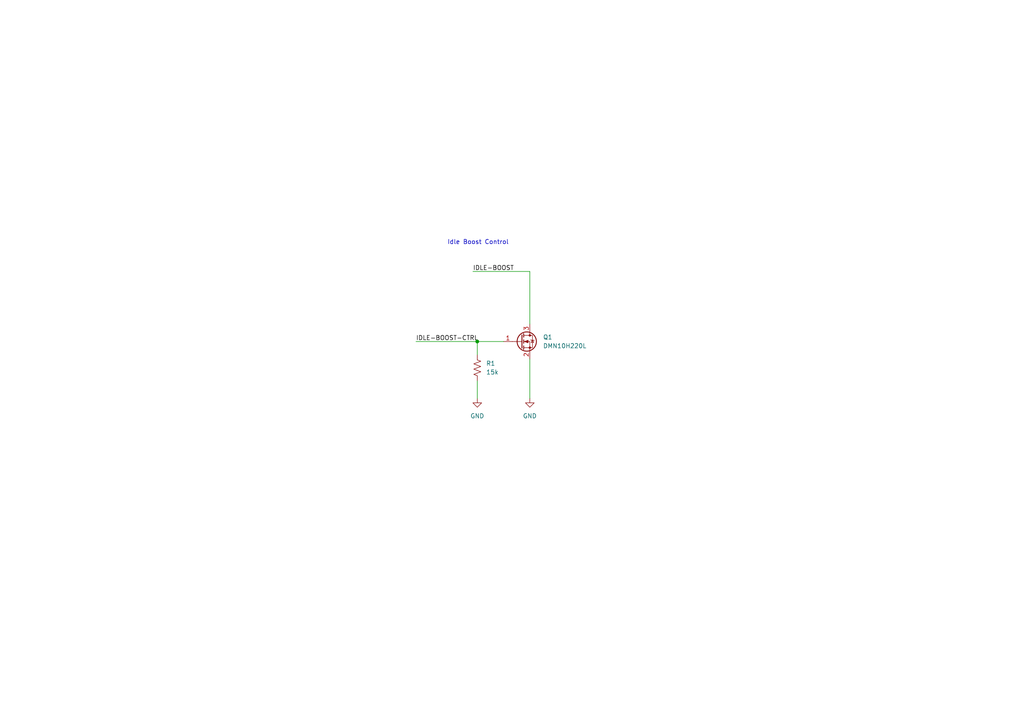
<source format=kicad_sch>
(kicad_sch (version 20231120) (generator "eeschema") (generator_version "8.0")
  (paper "A4")
  (title_block (date "mar. 31 mars 2015"))
  (lib_symbols
    (symbol "Device:R_US" (pin_numbers hide) (pin_names (offset 0))
      (property "Reference" "R" (at 2.54 0 90))
      (property "Value" "R_US" (at -2.54 0 90))
      (symbol "R_US_0_1"
        (polyline (pts (xy 0 -2.286) (xy 0 -2.54)))
        (polyline (pts (xy 0 2.286) (xy 0 2.54)))
        (polyline (pts (xy 0 -0.762) (xy 1.016 -1.143) (xy 0 -1.524) (xy -1.016 -1.905) (xy 0 -2.286)))
        (polyline (pts (xy 0 0.762) (xy 1.016 0.381) (xy 0 0) (xy -1.016 -0.381) (xy 0 -0.762)))
        (polyline (pts (xy 0 2.286) (xy 1.016 1.905) (xy 0 1.524) (xy -1.016 1.143) (xy 0 0.762)))
      )
      (symbol "R_US_1_1"
        (pin passive line (at 0 3.81 270) (length 1.27) (name "~") (number "1"))
        (pin passive line (at 0 -3.81 90) (length 1.27) (name "~") (number "2"))
      )
    )
    (symbol "Transistor_FET:DMN10H220L" (pin_names hide)
      (property "Reference" "Q" (at 5.08 1.905 0))
      (property "Value" "DMN10H220L" (at 5.08 0 0))
      (symbol "DMN10H220L_0_1"
        (polyline (pts (xy 0.254 0) (xy -2.54 0)))
        (polyline (pts (xy 0.254 1.905) (xy 0.254 -1.905)) (stroke (width 0.254)))
        (polyline (pts (xy 0.762 -1.27) (xy 0.762 -2.286)) (stroke (width 0.254)))
        (polyline (pts (xy 0.762 0.508) (xy 0.762 -0.508)) (stroke (width 0.254)))
        (polyline (pts (xy 0.762 2.286) (xy 0.762 1.27)) (stroke (width 0.254)))
        (polyline (pts (xy 2.54 2.54) (xy 2.54 1.778)))
        (polyline (pts (xy 2.54 -2.54) (xy 2.54 0) (xy 0.762 0)))
        (polyline (pts (xy 0.762 -1.778) (xy 3.302 -1.778) (xy 3.302 1.778) (xy 0.762 1.778)))
        (polyline (pts (xy 1.016 0) (xy 2.032 0.381) (xy 2.032 -0.381) (xy 1.016 0)) (fill (type outline)))
        (polyline (pts (xy 2.794 0.508) (xy 2.921 0.381) (xy 3.683 0.381) (xy 3.81 0.254)))
        (polyline (pts (xy 3.302 0.381) (xy 2.921 -0.254) (xy 3.683 -0.254) (xy 3.302 0.381)))
        (circle (center 1.651 0) (radius 2.794) (stroke (width 0.254)))
        (circle (center 2.54 -1.778) (radius 0.254) (fill (type outline)))
        (circle (center 2.54 1.778) (radius 0.254) (fill (type outline)))
      )
      (symbol "DMN10H220L_1_1"
        (pin input line (at -5.08 0 0) (length 2.54) (name "G") (number "1"))
        (pin passive line (at 2.54 -5.08 90) (length 2.54) (name "S") (number "2"))
        (pin passive line (at 2.54 5.08 270) (length 2.54) (name "D") (number "3"))
      )
    )
    (symbol "power:GND" (power) (pin_numbers hide) (pin_names (offset 0) hide)
      (property "Value" "GND" (at 0 -3.81 0))
      (symbol "GND_0_1"
        (polyline (pts (xy 0 0) (xy 0 -1.27) (xy 1.27 -1.27) (xy 0 -2.54) (xy -1.27 -1.27) (xy 0 -1.27)))
      )
      (symbol "GND_1_1"
        (pin power_in line (at 0 0 270) (length 0) (name "~") (number "1"))
      )
    )
  )
  (junction (at 138.43 99.06))
  (wire (pts (xy 137.16 78.74) (xy 153.67 78.74)))
  (wire (pts (xy 120.65 99.06) (xy 138.43 99.06)))
  (wire (pts (xy 138.43 99.06) (xy 138.43 102.87)))
  (wire (pts (xy 153.67 93.98) (xy 153.67 78.74)))
  (wire (pts (xy 138.43 110.49) (xy 138.43 115.57)))
  (wire (pts (xy 153.67 104.14) (xy 153.67 115.57)))
  (wire (pts (xy 146.05 99.06) (xy 138.43 99.06)))
  (text "Idle Boost Control" (at 138.684 70.358 0) (effects (font (size 1.27 1.27))))
  (label "IDLE-BOOST-CTRL" (at 120.65 99.06 0))
  (label "IDLE-BOOST" (at 137.16 78.74 0))
  (symbol (lib_id "power:GND") (at 138.43 115.57 0) (unit 1)
    (property "Reference" "#PWR01" (effects (hide yes)))
    (property "Value" "GND" (at 138.43 120.65 0))
    (property "Description" "Power symbol creates a global label with name \"GND\" , ground" (effects (hide yes)))
    (instances (project "stereo-hub" (path "" (reference "#PWR01") (unit 1)) (path "" (reference "#PWR05") (unit 1))))
  )
  (symbol (lib_id "Transistor_FET:DMN10H220L") (at 151.13 99.06 0) (unit 1)
    (property "Reference" "Q1" (at 157.48 97.7899 0) (effects (justify left)))
    (property "Value" "DMN10H220L" (at 157.48 100.3299 0) (effects (justify left)))
    (property "Footprint" "Package_TO_SOT_SMD:SOT-23" (effects (hide yes)))
    (property "Datasheet" "http://www.diodes.com/assets/Datasheets/DMN10H220L.pdf" (effects (hide yes)))
    (property "Description" "1.6A Id, 100V Vds, N-Channel MOSFET, SOT-23" (effects (hide yes)))
    (instances (project "stereo-hub" (path "" (reference "Q1") (unit 1)) (path "" (reference "Q5") (unit 1))))
  )
  (symbol (lib_id "power:GND") (at 153.67 115.57 0) (unit 1)
    (property "Reference" "#PWR02" (effects (hide yes)))
    (property "Value" "GND" (at 153.67 120.65 0))
    (property "Description" "Power symbol creates a global label with name \"GND\" , ground" (effects (hide yes)))
    (instances (project "stereo-hub" (path "" (reference "#PWR02") (unit 1)) (path "" (reference "#PWR06") (unit 1))))
  )
  (symbol (lib_id "Device:R_US") (at 138.43 106.68 0) (unit 1)
    (property "Reference" "R1" (at 140.97 105.4099 0) (effects (justify left)))
    (property "Value" "15k" (at 140.97 107.9499 0) (effects (justify left)))
    (property "Description" "Resistor, US symbol" (effects (hide yes)))
    (instances (project "stereo-hub" (path "" (reference "R1") (unit 1)) (path "" (reference "R2") (unit 1))))
  )
)
</source>
